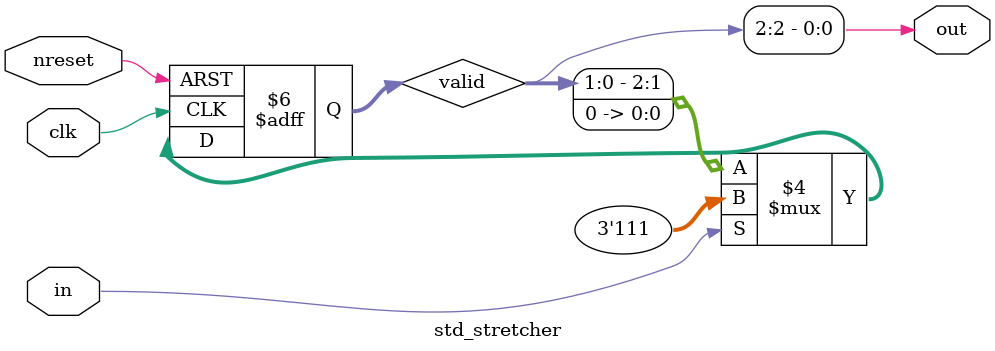
<source format=sv>


module std_stretcher #(parameter CYCLES = 3) // "wakeup" cycles
(
	input  clk, // clock
	input  in, // input pulse
	input  nreset, // async active low reset
	output out // stretched output pulse
);

logic [CYCLES-1:0] valid;

always_ff @(posedge clk, negedge nreset) begin
	if(!nreset) begin
		valid[CYCLES-1:0] <='b0;   
	end else if(in) begin
		valid[CYCLES-1:0] <={(CYCLES){1'b1}};   
	end else begin
		valid[CYCLES-1:0] <={valid[CYCLES-2:0], 1'b0};
	end
end

assign out = valid[CYCLES-1];

endmodule // std_stretcher


  

</source>
